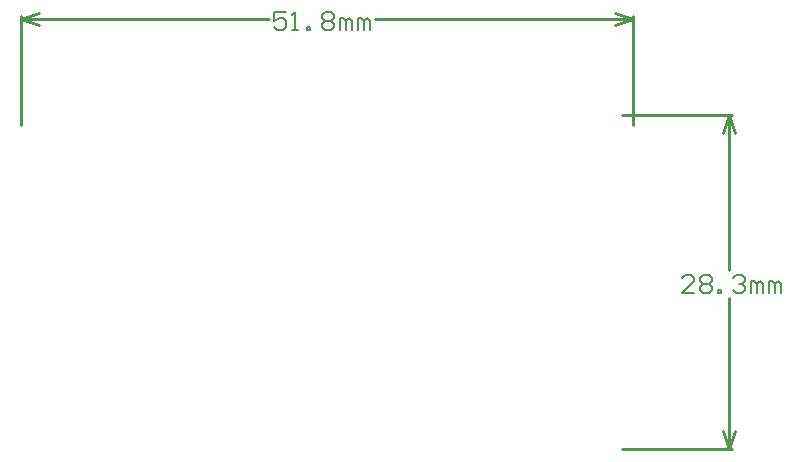
<source format=gm1>
G04*
G04 #@! TF.GenerationSoftware,Altium Limited,Altium Designer,23.0.1 (38)*
G04*
G04 Layer_Color=16711935*
%FSLAX44Y44*%
%MOMM*%
G71*
G04*
G04 #@! TF.SameCoordinates,AA057BD2-FAE9-475E-A33E-1B252B641246*
G04*
G04*
G04 #@! TF.FilePolarity,Positive*
G04*
G01*
G75*
%ADD12C,0.2540*%
%ADD101C,0.1524*%
D12*
X599440Y284480D02*
X604520Y269240D01*
X594360D02*
X599440Y284480D01*
X594360Y16420D02*
X599440Y1180D01*
X604520Y16420D01*
X599440Y152903D02*
Y284480D01*
Y1180D02*
Y129540D01*
X509270Y284480D02*
X601980D01*
X509270Y1180D02*
X601980D01*
X0Y365760D02*
X15240Y370840D01*
X0Y365760D02*
X15240Y360680D01*
X502920D02*
X518160Y365760D01*
X502920Y370840D02*
X518160Y365760D01*
X0D02*
X210325D01*
X299707D02*
X518160D01*
X0Y275590D02*
Y368300D01*
X518160Y275590D02*
Y368300D01*
D101*
X570481Y133604D02*
X560324D01*
X570481Y143761D01*
Y146300D01*
X567942Y148839D01*
X562863D01*
X560324Y146300D01*
X575559D02*
X578098Y148839D01*
X583177D01*
X585716Y146300D01*
Y143761D01*
X583177Y141222D01*
X585716Y138682D01*
Y136143D01*
X583177Y133604D01*
X578098D01*
X575559Y136143D01*
Y138682D01*
X578098Y141222D01*
X575559Y143761D01*
Y146300D01*
X578098Y141222D02*
X583177D01*
X590794Y133604D02*
Y136143D01*
X593333D01*
Y133604D01*
X590794D01*
X603490Y146300D02*
X606029Y148839D01*
X611108D01*
X613647Y146300D01*
Y143761D01*
X611108Y141222D01*
X608568D01*
X611108D01*
X613647Y138682D01*
Y136143D01*
X611108Y133604D01*
X606029D01*
X603490Y136143D01*
X618725Y133604D02*
Y143761D01*
X621264D01*
X623803Y141222D01*
Y133604D01*
Y141222D01*
X626343Y143761D01*
X628882Y141222D01*
Y133604D01*
X633960D02*
Y143761D01*
X636499D01*
X639039Y141222D01*
Y133604D01*
Y141222D01*
X641578Y143761D01*
X644117Y141222D01*
Y133604D01*
X224546Y371853D02*
X214389D01*
Y364236D01*
X219468Y366775D01*
X222007D01*
X224546Y364236D01*
Y359158D01*
X222007Y356618D01*
X216928D01*
X214389Y359158D01*
X229624Y356618D02*
X234703D01*
X232163D01*
Y371853D01*
X229624Y369314D01*
X242320Y356618D02*
Y359158D01*
X244859D01*
Y356618D01*
X242320D01*
X255016Y369314D02*
X257555Y371853D01*
X262633D01*
X265173Y369314D01*
Y366775D01*
X262633Y364236D01*
X265173Y361697D01*
Y359158D01*
X262633Y356618D01*
X257555D01*
X255016Y359158D01*
Y361697D01*
X257555Y364236D01*
X255016Y366775D01*
Y369314D01*
X257555Y364236D02*
X262633D01*
X270251Y356618D02*
Y366775D01*
X272790D01*
X275329Y364236D01*
Y356618D01*
Y364236D01*
X277869Y366775D01*
X280408Y364236D01*
Y356618D01*
X285486D02*
Y366775D01*
X288025D01*
X290564Y364236D01*
Y356618D01*
Y364236D01*
X293104Y366775D01*
X295643Y364236D01*
Y356618D01*
M02*

</source>
